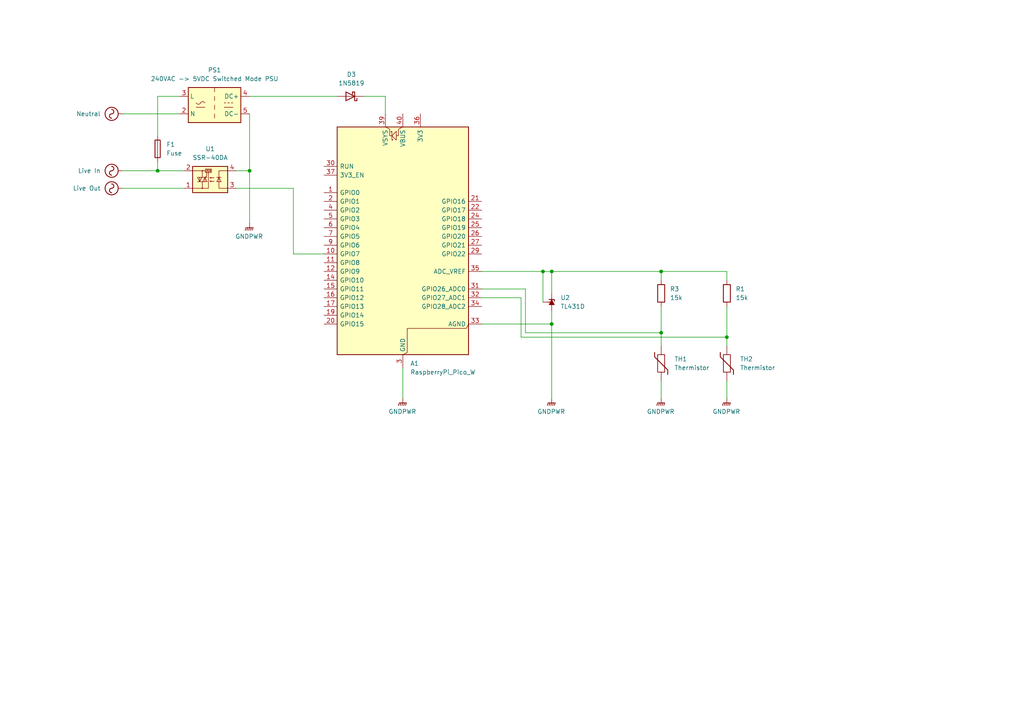
<source format=kicad_sch>
(kicad_sch
	(version 20250114)
	(generator "eeschema")
	(generator_version "9.0")
	(uuid "20045db2-8ead-457f-999b-e109be555e69")
	(paper "A4")
	(title_block
		(title "towel-rail-system controller")
	)
	(lib_symbols
		(symbol "Converter_ACDC:VTX-214-015-112"
			(exclude_from_sim no)
			(in_bom yes)
			(on_board yes)
			(property "Reference" "PS"
				(at 0 8.89 0)
				(effects
					(font
						(size 1.27 1.27)
					)
				)
			)
			(property "Value" "VTX-214-015-112"
				(at 0 6.35 0)
				(effects
					(font
						(size 1.27 1.27)
					)
				)
			)
			(property "Footprint" "Converter_ACDC:Converter_ACDC_Vigortronix_VTX-214-015-1xx_THT"
				(at 0 11.43 0)
				(effects
					(font
						(size 1.27 1.27)
					)
					(hide yes)
				)
			)
			(property "Datasheet" "http://www.vigortronix.com/15WattSMPSPCBModuleAC-DC"
				(at 27.94 -20.32 0)
				(effects
					(font
						(size 1.27 1.27)
					)
					(hide yes)
				)
			)
			(property "Description" "12V Vigortronix 15W ACDC Converters"
				(at 0 0 0)
				(effects
					(font
						(size 1.27 1.27)
					)
					(hide yes)
				)
			)
			(property "ki_keywords" "12V 15W AC-DC module power supply"
				(at 0 0 0)
				(effects
					(font
						(size 1.27 1.27)
					)
					(hide yes)
				)
			)
			(property "ki_fp_filters" "Converter*ACDC*Vigortronix*VTX*214*015*1xx*"
				(at 0 0 0)
				(effects
					(font
						(size 1.27 1.27)
					)
					(hide yes)
				)
			)
			(symbol "VTX-214-015-112_0_1"
				(rectangle
					(start -7.62 5.08)
					(end 7.62 -5.08)
					(stroke
						(width 0.254)
						(type default)
					)
					(fill
						(type background)
					)
				)
				(polyline
					(pts
						(xy -5.334 -0.635) (xy -2.794 -0.635)
					)
					(stroke
						(width 0)
						(type default)
					)
					(fill
						(type none)
					)
				)
				(arc
					(start -4.064 0.635)
					(mid -4.699 0.2495)
					(end -5.334 0.635)
					(stroke
						(width 0)
						(type default)
					)
					(fill
						(type none)
					)
				)
				(arc
					(start -4.064 0.635)
					(mid -3.429 1.0072)
					(end -2.794 0.635)
					(stroke
						(width 0)
						(type default)
					)
					(fill
						(type none)
					)
				)
				(polyline
					(pts
						(xy 2.794 0.635) (xy 3.302 0.635)
					)
					(stroke
						(width 0)
						(type default)
					)
					(fill
						(type none)
					)
				)
				(polyline
					(pts
						(xy 2.794 -0.635) (xy 5.334 -0.635)
					)
					(stroke
						(width 0)
						(type default)
					)
					(fill
						(type none)
					)
				)
				(polyline
					(pts
						(xy 3.81 0.635) (xy 4.318 0.635)
					)
					(stroke
						(width 0)
						(type default)
					)
					(fill
						(type none)
					)
				)
				(polyline
					(pts
						(xy 4.826 0.635) (xy 5.334 0.635)
					)
					(stroke
						(width 0)
						(type default)
					)
					(fill
						(type none)
					)
				)
			)
			(symbol "VTX-214-015-112_1_1"
				(polyline
					(pts
						(xy 0 5.08) (xy 0 3.81)
					)
					(stroke
						(width 0)
						(type default)
					)
					(fill
						(type none)
					)
				)
				(polyline
					(pts
						(xy 0 2.54) (xy 0 1.27)
					)
					(stroke
						(width 0)
						(type default)
					)
					(fill
						(type none)
					)
				)
				(polyline
					(pts
						(xy 0 0) (xy 0 -1.27)
					)
					(stroke
						(width 0)
						(type default)
					)
					(fill
						(type none)
					)
				)
				(polyline
					(pts
						(xy 0 -2.54) (xy 0 -3.81)
					)
					(stroke
						(width 0)
						(type default)
					)
					(fill
						(type none)
					)
				)
				(pin power_in line
					(at -10.16 2.54 0)
					(length 2.54)
					(name "L"
						(effects
							(font
								(size 1.27 1.27)
							)
						)
					)
					(number "3"
						(effects
							(font
								(size 1.27 1.27)
							)
						)
					)
				)
				(pin power_in line
					(at -10.16 -2.54 0)
					(length 2.54)
					(name "N"
						(effects
							(font
								(size 1.27 1.27)
							)
						)
					)
					(number "2"
						(effects
							(font
								(size 1.27 1.27)
							)
						)
					)
				)
				(pin no_connect line
					(at 0 -5.08 90)
					(length 2.54)
					(hide yes)
					(name "FG"
						(effects
							(font
								(size 1.27 1.27)
							)
						)
					)
					(number "1"
						(effects
							(font
								(size 1.27 1.27)
							)
						)
					)
				)
				(pin power_out line
					(at 10.16 2.54 180)
					(length 2.54)
					(name "DC+"
						(effects
							(font
								(size 1.27 1.27)
							)
						)
					)
					(number "4"
						(effects
							(font
								(size 1.27 1.27)
							)
						)
					)
				)
				(pin power_out line
					(at 10.16 -2.54 180)
					(length 2.54)
					(name "DC-"
						(effects
							(font
								(size 1.27 1.27)
							)
						)
					)
					(number "5"
						(effects
							(font
								(size 1.27 1.27)
							)
						)
					)
				)
			)
			(embedded_fonts no)
		)
		(symbol "Device:D_Schottky"
			(pin_numbers
				(hide yes)
			)
			(pin_names
				(offset 1.016)
				(hide yes)
			)
			(exclude_from_sim no)
			(in_bom yes)
			(on_board yes)
			(property "Reference" "D"
				(at 0 2.54 0)
				(effects
					(font
						(size 1.27 1.27)
					)
				)
			)
			(property "Value" "D_Schottky"
				(at 0 -2.54 0)
				(effects
					(font
						(size 1.27 1.27)
					)
				)
			)
			(property "Footprint" ""
				(at 0 0 0)
				(effects
					(font
						(size 1.27 1.27)
					)
					(hide yes)
				)
			)
			(property "Datasheet" "~"
				(at 0 0 0)
				(effects
					(font
						(size 1.27 1.27)
					)
					(hide yes)
				)
			)
			(property "Description" "Schottky diode"
				(at 0 0 0)
				(effects
					(font
						(size 1.27 1.27)
					)
					(hide yes)
				)
			)
			(property "ki_keywords" "diode Schottky"
				(at 0 0 0)
				(effects
					(font
						(size 1.27 1.27)
					)
					(hide yes)
				)
			)
			(property "ki_fp_filters" "TO-???* *_Diode_* *SingleDiode* D_*"
				(at 0 0 0)
				(effects
					(font
						(size 1.27 1.27)
					)
					(hide yes)
				)
			)
			(symbol "D_Schottky_0_1"
				(polyline
					(pts
						(xy -1.905 0.635) (xy -1.905 1.27) (xy -1.27 1.27) (xy -1.27 -1.27) (xy -0.635 -1.27) (xy -0.635 -0.635)
					)
					(stroke
						(width 0.254)
						(type default)
					)
					(fill
						(type none)
					)
				)
				(polyline
					(pts
						(xy 1.27 1.27) (xy 1.27 -1.27) (xy -1.27 0) (xy 1.27 1.27)
					)
					(stroke
						(width 0.254)
						(type default)
					)
					(fill
						(type none)
					)
				)
				(polyline
					(pts
						(xy 1.27 0) (xy -1.27 0)
					)
					(stroke
						(width 0)
						(type default)
					)
					(fill
						(type none)
					)
				)
			)
			(symbol "D_Schottky_1_1"
				(pin passive line
					(at -3.81 0 0)
					(length 2.54)
					(name "K"
						(effects
							(font
								(size 1.27 1.27)
							)
						)
					)
					(number "1"
						(effects
							(font
								(size 1.27 1.27)
							)
						)
					)
				)
				(pin passive line
					(at 3.81 0 180)
					(length 2.54)
					(name "A"
						(effects
							(font
								(size 1.27 1.27)
							)
						)
					)
					(number "2"
						(effects
							(font
								(size 1.27 1.27)
							)
						)
					)
				)
			)
			(embedded_fonts no)
		)
		(symbol "Device:Fuse"
			(pin_numbers
				(hide yes)
			)
			(pin_names
				(offset 0)
			)
			(exclude_from_sim no)
			(in_bom yes)
			(on_board yes)
			(property "Reference" "F"
				(at 2.032 0 90)
				(effects
					(font
						(size 1.27 1.27)
					)
				)
			)
			(property "Value" "Fuse"
				(at -1.905 0 90)
				(effects
					(font
						(size 1.27 1.27)
					)
				)
			)
			(property "Footprint" ""
				(at -1.778 0 90)
				(effects
					(font
						(size 1.27 1.27)
					)
					(hide yes)
				)
			)
			(property "Datasheet" "~"
				(at 0 0 0)
				(effects
					(font
						(size 1.27 1.27)
					)
					(hide yes)
				)
			)
			(property "Description" "Fuse"
				(at 0 0 0)
				(effects
					(font
						(size 1.27 1.27)
					)
					(hide yes)
				)
			)
			(property "ki_keywords" "fuse"
				(at 0 0 0)
				(effects
					(font
						(size 1.27 1.27)
					)
					(hide yes)
				)
			)
			(property "ki_fp_filters" "*Fuse*"
				(at 0 0 0)
				(effects
					(font
						(size 1.27 1.27)
					)
					(hide yes)
				)
			)
			(symbol "Fuse_0_1"
				(rectangle
					(start -0.762 -2.54)
					(end 0.762 2.54)
					(stroke
						(width 0.254)
						(type default)
					)
					(fill
						(type none)
					)
				)
				(polyline
					(pts
						(xy 0 2.54) (xy 0 -2.54)
					)
					(stroke
						(width 0)
						(type default)
					)
					(fill
						(type none)
					)
				)
			)
			(symbol "Fuse_1_1"
				(pin passive line
					(at 0 3.81 270)
					(length 1.27)
					(name "~"
						(effects
							(font
								(size 1.27 1.27)
							)
						)
					)
					(number "1"
						(effects
							(font
								(size 1.27 1.27)
							)
						)
					)
				)
				(pin passive line
					(at 0 -3.81 90)
					(length 1.27)
					(name "~"
						(effects
							(font
								(size 1.27 1.27)
							)
						)
					)
					(number "2"
						(effects
							(font
								(size 1.27 1.27)
							)
						)
					)
				)
			)
			(embedded_fonts no)
		)
		(symbol "Device:R"
			(pin_numbers
				(hide yes)
			)
			(pin_names
				(offset 0)
			)
			(exclude_from_sim no)
			(in_bom yes)
			(on_board yes)
			(property "Reference" "R"
				(at 2.032 0 90)
				(effects
					(font
						(size 1.27 1.27)
					)
				)
			)
			(property "Value" "R"
				(at 0 0 90)
				(effects
					(font
						(size 1.27 1.27)
					)
				)
			)
			(property "Footprint" ""
				(at -1.778 0 90)
				(effects
					(font
						(size 1.27 1.27)
					)
					(hide yes)
				)
			)
			(property "Datasheet" "~"
				(at 0 0 0)
				(effects
					(font
						(size 1.27 1.27)
					)
					(hide yes)
				)
			)
			(property "Description" "Resistor"
				(at 0 0 0)
				(effects
					(font
						(size 1.27 1.27)
					)
					(hide yes)
				)
			)
			(property "ki_keywords" "R res resistor"
				(at 0 0 0)
				(effects
					(font
						(size 1.27 1.27)
					)
					(hide yes)
				)
			)
			(property "ki_fp_filters" "R_*"
				(at 0 0 0)
				(effects
					(font
						(size 1.27 1.27)
					)
					(hide yes)
				)
			)
			(symbol "R_0_1"
				(rectangle
					(start -1.016 -2.54)
					(end 1.016 2.54)
					(stroke
						(width 0.254)
						(type default)
					)
					(fill
						(type none)
					)
				)
			)
			(symbol "R_1_1"
				(pin passive line
					(at 0 3.81 270)
					(length 1.27)
					(name "~"
						(effects
							(font
								(size 1.27 1.27)
							)
						)
					)
					(number "1"
						(effects
							(font
								(size 1.27 1.27)
							)
						)
					)
				)
				(pin passive line
					(at 0 -3.81 90)
					(length 1.27)
					(name "~"
						(effects
							(font
								(size 1.27 1.27)
							)
						)
					)
					(number "2"
						(effects
							(font
								(size 1.27 1.27)
							)
						)
					)
				)
			)
			(embedded_fonts no)
		)
		(symbol "Device:Thermistor"
			(pin_numbers
				(hide yes)
			)
			(pin_names
				(offset 0)
			)
			(exclude_from_sim no)
			(in_bom yes)
			(on_board yes)
			(property "Reference" "TH"
				(at 2.54 1.27 90)
				(effects
					(font
						(size 1.27 1.27)
					)
				)
			)
			(property "Value" "Thermistor"
				(at -2.54 0 90)
				(effects
					(font
						(size 1.27 1.27)
					)
					(justify bottom)
				)
			)
			(property "Footprint" ""
				(at 0 0 0)
				(effects
					(font
						(size 1.27 1.27)
					)
					(hide yes)
				)
			)
			(property "Datasheet" "~"
				(at 0 0 0)
				(effects
					(font
						(size 1.27 1.27)
					)
					(hide yes)
				)
			)
			(property "Description" "Temperature dependent resistor"
				(at 0 0 0)
				(effects
					(font
						(size 1.27 1.27)
					)
					(hide yes)
				)
			)
			(property "ki_keywords" "R res thermistor"
				(at 0 0 0)
				(effects
					(font
						(size 1.27 1.27)
					)
					(hide yes)
				)
			)
			(property "ki_fp_filters" "R_*"
				(at 0 0 0)
				(effects
					(font
						(size 1.27 1.27)
					)
					(hide yes)
				)
			)
			(symbol "Thermistor_0_1"
				(polyline
					(pts
						(xy -1.905 3.175) (xy -1.905 1.905) (xy 1.905 -1.905) (xy 1.905 -3.175) (xy 1.905 -3.175)
					)
					(stroke
						(width 0.254)
						(type default)
					)
					(fill
						(type none)
					)
				)
				(rectangle
					(start -1.016 2.54)
					(end 1.016 -2.54)
					(stroke
						(width 0.2032)
						(type default)
					)
					(fill
						(type none)
					)
				)
			)
			(symbol "Thermistor_1_1"
				(pin passive line
					(at 0 5.08 270)
					(length 2.54)
					(name "~"
						(effects
							(font
								(size 1.27 1.27)
							)
						)
					)
					(number "1"
						(effects
							(font
								(size 1.27 1.27)
							)
						)
					)
				)
				(pin passive line
					(at 0 -5.08 90)
					(length 2.54)
					(name "~"
						(effects
							(font
								(size 1.27 1.27)
							)
						)
					)
					(number "2"
						(effects
							(font
								(size 1.27 1.27)
							)
						)
					)
				)
			)
			(embedded_fonts no)
		)
		(symbol "MCU_Module:RaspberryPi_Pico_W"
			(pin_names
				(offset 0.762)
			)
			(exclude_from_sim no)
			(in_bom yes)
			(on_board yes)
			(property "Reference" "A"
				(at -19.05 35.56 0)
				(effects
					(font
						(size 1.27 1.27)
					)
					(justify left)
				)
			)
			(property "Value" "RaspberryPi_Pico_W"
				(at 7.62 35.56 0)
				(effects
					(font
						(size 1.27 1.27)
					)
					(justify left)
				)
			)
			(property "Footprint" "Module:RaspberryPi_Pico_W_SMD_HandSolder"
				(at 0 -46.99 0)
				(effects
					(font
						(size 1.27 1.27)
					)
					(hide yes)
				)
			)
			(property "Datasheet" "https://datasheets.raspberrypi.com/picow/pico-w-datasheet.pdf"
				(at 0 -49.53 0)
				(effects
					(font
						(size 1.27 1.27)
					)
					(hide yes)
				)
			)
			(property "Description" "Versatile and inexpensive wireless microcontroller module powered by RP2040 dual-core Arm Cortex-M0+ processor up to 133 MHz, 264kB SRAM, 2MB QSPI flash, Infineon CYW43439 2.4GHz 802.11n wireless LAN; also supports Raspberry Pi Pico 2 W"
				(at 0 -52.07 0)
				(effects
					(font
						(size 1.27 1.27)
					)
					(hide yes)
				)
			)
			(property "ki_keywords" "RP2350A M33 RISC-V Hazard3 usb wifi bluetooth"
				(at 0 0 0)
				(effects
					(font
						(size 1.27 1.27)
					)
					(hide yes)
				)
			)
			(property "ki_fp_filters" "RaspberryPi?Pico?Common* RaspberryPi?Pico?W?SMD*"
				(at 0 0 0)
				(effects
					(font
						(size 1.27 1.27)
					)
					(hide yes)
				)
			)
			(symbol "RaspberryPi_Pico_W_0_1"
				(rectangle
					(start -19.05 34.29)
					(end 19.05 -31.75)
					(stroke
						(width 0.254)
						(type default)
					)
					(fill
						(type background)
					)
				)
				(polyline
					(pts
						(xy -5.08 34.29) (xy -3.81 33.655) (xy -3.81 31.75) (xy -3.175 31.75)
					)
					(stroke
						(width 0)
						(type default)
					)
					(fill
						(type none)
					)
				)
				(polyline
					(pts
						(xy -3.429 32.766) (xy -3.429 33.02) (xy -3.175 33.02) (xy -3.175 30.48) (xy -2.921 30.48) (xy -2.921 30.734)
					)
					(stroke
						(width 0)
						(type default)
					)
					(fill
						(type none)
					)
				)
				(polyline
					(pts
						(xy -3.175 31.75) (xy -1.905 33.02) (xy -1.905 30.48) (xy -3.175 31.75)
					)
					(stroke
						(width 0)
						(type default)
					)
					(fill
						(type none)
					)
				)
				(polyline
					(pts
						(xy 0 34.29) (xy -1.27 33.655) (xy -1.27 31.75) (xy -1.905 31.75)
					)
					(stroke
						(width 0)
						(type default)
					)
					(fill
						(type none)
					)
				)
				(polyline
					(pts
						(xy 0 -31.75) (xy 1.27 -31.115) (xy 1.27 -24.13) (xy 18.415 -24.13) (xy 19.05 -22.86)
					)
					(stroke
						(width 0)
						(type default)
					)
					(fill
						(type none)
					)
				)
			)
			(symbol "RaspberryPi_Pico_W_1_1"
				(pin passive line
					(at -22.86 22.86 0)
					(length 3.81)
					(name "RUN"
						(effects
							(font
								(size 1.27 1.27)
							)
						)
					)
					(number "30"
						(effects
							(font
								(size 1.27 1.27)
							)
						)
					)
					(alternate "~{RESET}" passive line)
				)
				(pin passive line
					(at -22.86 20.32 0)
					(length 3.81)
					(name "3V3_EN"
						(effects
							(font
								(size 1.27 1.27)
							)
						)
					)
					(number "37"
						(effects
							(font
								(size 1.27 1.27)
							)
						)
					)
					(alternate "~{3V3_DISABLE}" passive line)
				)
				(pin bidirectional line
					(at -22.86 15.24 0)
					(length 3.81)
					(name "GPIO0"
						(effects
							(font
								(size 1.27 1.27)
							)
						)
					)
					(number "1"
						(effects
							(font
								(size 1.27 1.27)
							)
						)
					)
					(alternate "I2C0_SDA" bidirectional line)
					(alternate "PWM0_A" output line)
					(alternate "SPI0_RX" input line)
					(alternate "UART0_TX" output line)
					(alternate "USB_OVCUR_DET" input line)
				)
				(pin bidirectional line
					(at -22.86 12.7 0)
					(length 3.81)
					(name "GPIO1"
						(effects
							(font
								(size 1.27 1.27)
							)
						)
					)
					(number "2"
						(effects
							(font
								(size 1.27 1.27)
							)
						)
					)
					(alternate "I2C0_SCL" bidirectional clock)
					(alternate "PWM0_B" bidirectional line)
					(alternate "UART0_RX" input line)
					(alternate "USB_VBUS_DET" passive line)
					(alternate "~{SPI0_CSn}" bidirectional line)
				)
				(pin bidirectional line
					(at -22.86 10.16 0)
					(length 3.81)
					(name "GPIO2"
						(effects
							(font
								(size 1.27 1.27)
							)
						)
					)
					(number "4"
						(effects
							(font
								(size 1.27 1.27)
							)
						)
					)
					(alternate "I2C1_SDA" bidirectional line)
					(alternate "PWM1_A" output line)
					(alternate "SPI0_SCK" bidirectional clock)
					(alternate "UART0_CTS" input line)
					(alternate "USB_VBUS_EN" output line)
				)
				(pin bidirectional line
					(at -22.86 7.62 0)
					(length 3.81)
					(name "GPIO3"
						(effects
							(font
								(size 1.27 1.27)
							)
						)
					)
					(number "5"
						(effects
							(font
								(size 1.27 1.27)
							)
						)
					)
					(alternate "I2C1_SCL" bidirectional clock)
					(alternate "PWM1_B" bidirectional line)
					(alternate "SPI0_TX" output line)
					(alternate "UART0_RTS" output line)
					(alternate "USB_OVCUR_DET" input line)
				)
				(pin bidirectional line
					(at -22.86 5.08 0)
					(length 3.81)
					(name "GPIO4"
						(effects
							(font
								(size 1.27 1.27)
							)
						)
					)
					(number "6"
						(effects
							(font
								(size 1.27 1.27)
							)
						)
					)
					(alternate "I2C0_SDA" bidirectional line)
					(alternate "PWM2_A" output line)
					(alternate "SPI0_RX" input line)
					(alternate "UART1_TX" output line)
					(alternate "USB_VBUS_DET" input line)
				)
				(pin bidirectional line
					(at -22.86 2.54 0)
					(length 3.81)
					(name "GPIO5"
						(effects
							(font
								(size 1.27 1.27)
							)
						)
					)
					(number "7"
						(effects
							(font
								(size 1.27 1.27)
							)
						)
					)
					(alternate "I2C0_SCL" bidirectional clock)
					(alternate "PWM2_B" bidirectional line)
					(alternate "UART1_RX" input line)
					(alternate "USB_VBUS_EN" output line)
					(alternate "~{SPI0_CSn}" bidirectional line)
				)
				(pin bidirectional line
					(at -22.86 0 0)
					(length 3.81)
					(name "GPIO6"
						(effects
							(font
								(size 1.27 1.27)
							)
						)
					)
					(number "9"
						(effects
							(font
								(size 1.27 1.27)
							)
						)
					)
					(alternate "I2C1_SDA" bidirectional line)
					(alternate "PWM3_A" output line)
					(alternate "SPI0_SCK" bidirectional clock)
					(alternate "UART1_CTS" input line)
					(alternate "USB_OVCUR_DET" input line)
				)
				(pin bidirectional line
					(at -22.86 -2.54 0)
					(length 3.81)
					(name "GPIO7"
						(effects
							(font
								(size 1.27 1.27)
							)
						)
					)
					(number "10"
						(effects
							(font
								(size 1.27 1.27)
							)
						)
					)
					(alternate "I2C1_SCL" bidirectional clock)
					(alternate "PWM3_B" bidirectional line)
					(alternate "SPI0_TX" output line)
					(alternate "UART1_RTS" output line)
					(alternate "USB_VBUS_DET" input line)
				)
				(pin bidirectional line
					(at -22.86 -5.08 0)
					(length 3.81)
					(name "GPIO8"
						(effects
							(font
								(size 1.27 1.27)
							)
						)
					)
					(number "11"
						(effects
							(font
								(size 1.27 1.27)
							)
						)
					)
					(alternate "I2C0_SDA" bidirectional line)
					(alternate "PWM4_A" output line)
					(alternate "SPI1_RX" input line)
					(alternate "UART1_TX" output line)
					(alternate "USB_VBUS_EN" output line)
				)
				(pin bidirectional line
					(at -22.86 -7.62 0)
					(length 3.81)
					(name "GPIO9"
						(effects
							(font
								(size 1.27 1.27)
							)
						)
					)
					(number "12"
						(effects
							(font
								(size 1.27 1.27)
							)
						)
					)
					(alternate "I2C0_SCL" bidirectional clock)
					(alternate "PWM4_B" bidirectional line)
					(alternate "UART1_RX" input line)
					(alternate "USB_OVCUR_DET" input line)
					(alternate "~{SPI1_CSn}" bidirectional line)
				)
				(pin bidirectional line
					(at -22.86 -10.16 0)
					(length 3.81)
					(name "GPIO10"
						(effects
							(font
								(size 1.27 1.27)
							)
						)
					)
					(number "14"
						(effects
							(font
								(size 1.27 1.27)
							)
						)
					)
					(alternate "I2C1_SDA" bidirectional line)
					(alternate "PWM5_A" output line)
					(alternate "SPI1_SCK" bidirectional clock)
					(alternate "UART1_CTS" input line)
					(alternate "USB_VBUS_DET" input line)
				)
				(pin bidirectional line
					(at -22.86 -12.7 0)
					(length 3.81)
					(name "GPIO11"
						(effects
							(font
								(size 1.27 1.27)
							)
						)
					)
					(number "15"
						(effects
							(font
								(size 1.27 1.27)
							)
						)
					)
					(alternate "I2C1_SCL" bidirectional clock)
					(alternate "PWM5_B" bidirectional line)
					(alternate "SPI1_TX" output line)
					(alternate "UART1_RTS" output line)
					(alternate "USB_VBUS_EN" output line)
				)
				(pin bidirectional line
					(at -22.86 -15.24 0)
					(length 3.81)
					(name "GPIO12"
						(effects
							(font
								(size 1.27 1.27)
							)
						)
					)
					(number "16"
						(effects
							(font
								(size 1.27 1.27)
							)
						)
					)
					(alternate "I2C0_SDA" bidirectional line)
					(alternate "PWM6_A" output line)
					(alternate "SPI1_RX" input line)
					(alternate "UART0_TX" output line)
					(alternate "USB_OVCUR_DET" input line)
				)
				(pin bidirectional line
					(at -22.86 -17.78 0)
					(length 3.81)
					(name "GPIO13"
						(effects
							(font
								(size 1.27 1.27)
							)
						)
					)
					(number "17"
						(effects
							(font
								(size 1.27 1.27)
							)
						)
					)
					(alternate "I2C0_SCL" bidirectional clock)
					(alternate "PWM6_B" bidirectional line)
					(alternate "UART0_RX" input line)
					(alternate "USB_VBUS_DET" input line)
					(alternate "~{SPI1_CSn}" bidirectional line)
				)
				(pin bidirectional line
					(at -22.86 -20.32 0)
					(length 3.81)
					(name "GPIO14"
						(effects
							(font
								(size 1.27 1.27)
							)
						)
					)
					(number "19"
						(effects
							(font
								(size 1.27 1.27)
							)
						)
					)
					(alternate "I2C1_SDA" bidirectional line)
					(alternate "PWM7_A" output line)
					(alternate "SPI1_SCK" bidirectional clock)
					(alternate "UART0_CTS" input line)
					(alternate "USB_VBUS_EN" output line)
				)
				(pin bidirectional line
					(at -22.86 -22.86 0)
					(length 3.81)
					(name "GPIO15"
						(effects
							(font
								(size 1.27 1.27)
							)
						)
					)
					(number "20"
						(effects
							(font
								(size 1.27 1.27)
							)
						)
					)
					(alternate "I2C1_SCL" bidirectional clock)
					(alternate "PWM7_B" bidirectional line)
					(alternate "SPI1_TX" output line)
					(alternate "UART0_RTS" output line)
					(alternate "USB_OVCUR_DET" input line)
				)
				(pin power_in line
					(at -5.08 38.1 270)
					(length 3.81)
					(name "VSYS"
						(effects
							(font
								(size 1.27 1.27)
							)
						)
					)
					(number "39"
						(effects
							(font
								(size 1.27 1.27)
							)
						)
					)
					(alternate "VSYS_OUT" power_out line)
				)
				(pin power_out line
					(at 0 38.1 270)
					(length 3.81)
					(name "VBUS"
						(effects
							(font
								(size 1.27 1.27)
							)
						)
					)
					(number "40"
						(effects
							(font
								(size 1.27 1.27)
							)
						)
					)
					(alternate "VBUS_IN" power_in line)
				)
				(pin passive line
					(at 0 -35.56 90)
					(length 3.81)
					(hide yes)
					(name "GND"
						(effects
							(font
								(size 1.27 1.27)
							)
						)
					)
					(number "13"
						(effects
							(font
								(size 1.27 1.27)
							)
						)
					)
				)
				(pin passive line
					(at 0 -35.56 90)
					(length 3.81)
					(hide yes)
					(name "GND"
						(effects
							(font
								(size 1.27 1.27)
							)
						)
					)
					(number "18"
						(effects
							(font
								(size 1.27 1.27)
							)
						)
					)
				)
				(pin passive line
					(at 0 -35.56 90)
					(length 3.81)
					(hide yes)
					(name "GND"
						(effects
							(font
								(size 1.27 1.27)
							)
						)
					)
					(number "23"
						(effects
							(font
								(size 1.27 1.27)
							)
						)
					)
				)
				(pin passive line
					(at 0 -35.56 90)
					(length 3.81)
					(hide yes)
					(name "GND"
						(effects
							(font
								(size 1.27 1.27)
							)
						)
					)
					(number "28"
						(effects
							(font
								(size 1.27 1.27)
							)
						)
					)
				)
				(pin power_out line
					(at 0 -35.56 90)
					(length 3.81)
					(name "GND"
						(effects
							(font
								(size 1.27 1.27)
							)
						)
					)
					(number "3"
						(effects
							(font
								(size 1.27 1.27)
							)
						)
					)
					(alternate "GND_IN" power_in line)
				)
				(pin passive line
					(at 0 -35.56 90)
					(length 3.81)
					(hide yes)
					(name "GND"
						(effects
							(font
								(size 1.27 1.27)
							)
						)
					)
					(number "38"
						(effects
							(font
								(size 1.27 1.27)
							)
						)
					)
				)
				(pin passive line
					(at 0 -35.56 90)
					(length 3.81)
					(hide yes)
					(name "GND"
						(effects
							(font
								(size 1.27 1.27)
							)
						)
					)
					(number "8"
						(effects
							(font
								(size 1.27 1.27)
							)
						)
					)
				)
				(pin power_out line
					(at 5.08 38.1 270)
					(length 3.81)
					(name "3V3"
						(effects
							(font
								(size 1.27 1.27)
							)
						)
					)
					(number "36"
						(effects
							(font
								(size 1.27 1.27)
							)
						)
					)
				)
				(pin bidirectional line
					(at 22.86 12.7 180)
					(length 3.81)
					(name "GPIO16"
						(effects
							(font
								(size 1.27 1.27)
							)
						)
					)
					(number "21"
						(effects
							(font
								(size 1.27 1.27)
							)
						)
					)
					(alternate "I2C0_SDA" bidirectional line)
					(alternate "PWM0_A" output line)
					(alternate "SPI0_RX" input line)
					(alternate "UART0_TX" output line)
					(alternate "USB_VBUS_DET" input line)
				)
				(pin bidirectional line
					(at 22.86 10.16 180)
					(length 3.81)
					(name "GPIO17"
						(effects
							(font
								(size 1.27 1.27)
							)
						)
					)
					(number "22"
						(effects
							(font
								(size 1.27 1.27)
							)
						)
					)
					(alternate "I2C0_SCL" bidirectional clock)
					(alternate "PWM0_B" bidirectional line)
					(alternate "UART0_RX" input line)
					(alternate "USB_VBUS_EN" output line)
					(alternate "~{SPI0_CSn}" bidirectional line)
				)
				(pin bidirectional line
					(at 22.86 7.62 180)
					(length 3.81)
					(name "GPIO18"
						(effects
							(font
								(size 1.27 1.27)
							)
						)
					)
					(number "24"
						(effects
							(font
								(size 1.27 1.27)
							)
						)
					)
					(alternate "I2C1_SDA" bidirectional line)
					(alternate "PWM1_A" output line)
					(alternate "SPI0_SCK" bidirectional clock)
					(alternate "UART0_CTS" input line)
					(alternate "USB_OVCUR_DET" input line)
				)
				(pin bidirectional line
					(at 22.86 5.08 180)
					(length 3.81)
					(name "GPIO19"
						(effects
							(font
								(size 1.27 1.27)
							)
						)
					)
					(number "25"
						(effects
							(font
								(size 1.27 1.27)
							)
						)
					)
					(alternate "I2C1_SCL" bidirectional clock)
					(alternate "PWM1_B" bidirectional line)
					(alternate "SPI0_TX" output line)
					(alternate "UART0_RTS" output line)
					(alternate "USB_VBUS_DET" input line)
				)
				(pin bidirectional line
					(at 22.86 2.54 180)
					(length 3.81)
					(name "GPIO20"
						(effects
							(font
								(size 1.27 1.27)
							)
						)
					)
					(number "26"
						(effects
							(font
								(size 1.27 1.27)
							)
						)
					)
					(alternate "CLOCK_GPIN0" input clock)
					(alternate "I2C0_SDA" bidirectional line)
					(alternate "PWM2_A" output line)
					(alternate "SPI0_RX" input line)
					(alternate "UART1_TX" output line)
					(alternate "USB_VBUS_EN" output line)
				)
				(pin bidirectional line
					(at 22.86 0 180)
					(length 3.81)
					(name "GPIO21"
						(effects
							(font
								(size 1.27 1.27)
							)
						)
					)
					(number "27"
						(effects
							(font
								(size 1.27 1.27)
							)
						)
					)
					(alternate "CLOCK_GPOUT0" output clock)
					(alternate "I2C0_SCL" bidirectional clock)
					(alternate "PWM2_B" bidirectional line)
					(alternate "UART1_RX" input line)
					(alternate "USB_OVCUR_DET" input line)
					(alternate "~{SPI0_CSn}" bidirectional line)
				)
				(pin bidirectional line
					(at 22.86 -2.54 180)
					(length 3.81)
					(name "GPIO22"
						(effects
							(font
								(size 1.27 1.27)
							)
						)
					)
					(number "29"
						(effects
							(font
								(size 1.27 1.27)
							)
						)
					)
					(alternate "CLOCK_GPIN1" input clock)
					(alternate "I2C1_SDA" bidirectional line)
					(alternate "PWM3_A" output line)
					(alternate "SPI0_SCK" bidirectional clock)
					(alternate "UART1_CTS" input line)
					(alternate "USB_VBUS_DET" input line)
				)
				(pin power_in line
					(at 22.86 -7.62 180)
					(length 3.81)
					(name "ADC_VREF"
						(effects
							(font
								(size 1.27 1.27)
							)
						)
					)
					(number "35"
						(effects
							(font
								(size 1.27 1.27)
							)
						)
					)
				)
				(pin bidirectional line
					(at 22.86 -12.7 180)
					(length 3.81)
					(name "GPIO26_ADC0"
						(effects
							(font
								(size 1.27 1.27)
							)
						)
					)
					(number "31"
						(effects
							(font
								(size 1.27 1.27)
							)
						)
					)
					(alternate "ADC0" input line)
					(alternate "GPIO26" bidirectional line)
					(alternate "I2C1_SDA" bidirectional line)
					(alternate "PWM5_A" output line)
					(alternate "SPI1_SCK" bidirectional clock)
					(alternate "UART1_CTS" input line)
					(alternate "USB_VBUS_EN" output line)
				)
				(pin bidirectional line
					(at 22.86 -15.24 180)
					(length 3.81)
					(name "GPIO27_ADC1"
						(effects
							(font
								(size 1.27 1.27)
							)
						)
					)
					(number "32"
						(effects
							(font
								(size 1.27 1.27)
							)
						)
					)
					(alternate "ADC1" input line)
					(alternate "GPIO27" bidirectional line)
					(alternate "I2C1_SCL" bidirectional clock)
					(alternate "PWM5_B" bidirectional line)
					(alternate "SPI1_TX" output line)
					(alternate "UART1_RTS" output line)
					(alternate "USB_OVCUR_DET" input line)
				)
				(pin bidirectional line
					(at 22.86 -17.78 180)
					(length 3.81)
					(name "GPIO28_ADC2"
						(effects
							(font
								(size 1.27 1.27)
							)
						)
					)
					(number "34"
						(effects
							(font
								(size 1.27 1.27)
							)
						)
					)
					(alternate "ADC2" input line)
					(alternate "GPIO28" bidirectional line)
					(alternate "I2C0_SDA" bidirectional line)
					(alternate "PWM6_A" output line)
					(alternate "SPI1_RX" input line)
					(alternate "UART0_TX" output line)
					(alternate "USB_VBUS_DET" input line)
				)
				(pin power_out line
					(at 22.86 -22.86 180)
					(length 3.81)
					(name "AGND"
						(effects
							(font
								(size 1.27 1.27)
							)
						)
					)
					(number "33"
						(effects
							(font
								(size 1.27 1.27)
							)
						)
					)
					(alternate "GND" passive line)
				)
			)
			(embedded_fonts no)
		)
		(symbol "Reference_Voltage:TL431D"
			(pin_numbers
				(hide yes)
			)
			(pin_names
				(hide yes)
			)
			(exclude_from_sim no)
			(in_bom yes)
			(on_board yes)
			(property "Reference" "U"
				(at 0 -2.54 0)
				(effects
					(font
						(size 1.27 1.27)
					)
				)
			)
			(property "Value" "TL431D"
				(at 0 -4.445 0)
				(effects
					(font
						(size 1.27 1.27)
					)
				)
			)
			(property "Footprint" "Package_SO:SOIC-8_3.9x4.9mm_P1.27mm"
				(at 0 -6.35 0)
				(effects
					(font
						(size 1.27 1.27)
						(italic yes)
					)
					(hide yes)
				)
			)
			(property "Datasheet" "http://www.ti.com/lit/ds/symlink/tl431.pdf"
				(at 0.254 -10.668 0)
				(effects
					(font
						(size 1.27 1.27)
						(italic yes)
					)
					(hide yes)
				)
			)
			(property "Description" "Shunt Regulator, SO-8"
				(at -0.254 -8.382 0)
				(effects
					(font
						(size 1.27 1.27)
					)
					(hide yes)
				)
			)
			(property "ki_keywords" "diode device shunt regulator"
				(at 0 0 0)
				(effects
					(font
						(size 1.27 1.27)
					)
					(hide yes)
				)
			)
			(property "ki_fp_filters" "SOIC?8*3.9x4.9mm*P1.27mm*"
				(at 0 0 0)
				(effects
					(font
						(size 1.27 1.27)
					)
					(hide yes)
				)
			)
			(symbol "TL431D_0_1"
				(polyline
					(pts
						(xy -1.27 0) (xy 0 0) (xy 1.27 0)
					)
					(stroke
						(width 0)
						(type default)
					)
					(fill
						(type none)
					)
				)
				(polyline
					(pts
						(xy -0.762 -0.762) (xy -0.762 0.762) (xy -0.762 0.762) (xy 0.762 0) (xy -0.762 -0.762)
					)
					(stroke
						(width 0)
						(type default)
					)
					(fill
						(type outline)
					)
				)
				(polyline
					(pts
						(xy 0.254 -0.762) (xy 0.762 -0.762) (xy 0.762 0.762) (xy 0.762 0.762)
					)
					(stroke
						(width 0.254)
						(type default)
					)
					(fill
						(type none)
					)
				)
			)
			(symbol "TL431D_1_1"
				(polyline
					(pts
						(xy 0 1.27) (xy 0 0)
					)
					(stroke
						(width 0)
						(type default)
					)
					(fill
						(type none)
					)
				)
				(pin passive line
					(at -2.54 0 0)
					(length 2.54)
					(name "A"
						(effects
							(font
								(size 1.27 1.27)
							)
						)
					)
					(number "2"
						(effects
							(font
								(size 1.27 1.27)
							)
						)
					)
				)
				(pin passive line
					(at -2.54 0 0)
					(length 2.54)
					(hide yes)
					(name "A"
						(effects
							(font
								(size 1.27 1.27)
							)
						)
					)
					(number "3"
						(effects
							(font
								(size 1.27 1.27)
							)
						)
					)
				)
				(pin passive line
					(at -2.54 0 0)
					(length 2.54)
					(hide yes)
					(name "A"
						(effects
							(font
								(size 1.27 1.27)
							)
						)
					)
					(number "6"
						(effects
							(font
								(size 1.27 1.27)
							)
						)
					)
				)
				(pin passive line
					(at -2.54 0 0)
					(length 2.54)
					(hide yes)
					(name "A"
						(effects
							(font
								(size 1.27 1.27)
							)
						)
					)
					(number "7"
						(effects
							(font
								(size 1.27 1.27)
							)
						)
					)
				)
				(pin passive line
					(at 0 2.54 270)
					(length 2.54)
					(name "REF"
						(effects
							(font
								(size 1.27 1.27)
							)
						)
					)
					(number "8"
						(effects
							(font
								(size 1.27 1.27)
							)
						)
					)
				)
				(pin passive line
					(at 2.54 0 180)
					(length 2.54)
					(name "K"
						(effects
							(font
								(size 1.27 1.27)
							)
						)
					)
					(number "1"
						(effects
							(font
								(size 1.27 1.27)
							)
						)
					)
				)
			)
			(embedded_fonts no)
		)
		(symbol "Relay_SolidState:S102S02"
			(exclude_from_sim no)
			(in_bom yes)
			(on_board yes)
			(property "Reference" "U"
				(at -5.08 5.08 0)
				(effects
					(font
						(size 1.27 1.27)
					)
					(justify left)
				)
			)
			(property "Value" "S102S02"
				(at 0 5.08 0)
				(effects
					(font
						(size 1.27 1.27)
					)
					(justify left)
				)
			)
			(property "Footprint" "Package_SIP:SIP4_Sharp-SSR_P7.62mm_Straight"
				(at -5.08 -5.08 0)
				(effects
					(font
						(size 1.27 1.27)
						(italic yes)
					)
					(justify left)
					(hide yes)
				)
			)
			(property "Datasheet" "http://www.sharp-world.com/products/device/lineup/data/pdf/datasheet/s102s02_e.pdf"
				(at 0 0 0)
				(effects
					(font
						(size 1.27 1.27)
					)
					(justify left)
					(hide yes)
				)
			)
			(property "Description" "Zero Cross Opto-Triac, Vdrm 400V, Ift 8mA, IT 8A"
				(at 0 0 0)
				(effects
					(font
						(size 1.27 1.27)
					)
					(hide yes)
				)
			)
			(property "ki_keywords" "Opto-Triac Opto Triac Zero Cross Solid State Relays"
				(at 0 0 0)
				(effects
					(font
						(size 1.27 1.27)
					)
					(hide yes)
				)
			)
			(property "ki_fp_filters" "SIP4*Sharp*SSR*P7.62mm*"
				(at 0 0 0)
				(effects
					(font
						(size 1.27 1.27)
					)
					(hide yes)
				)
			)
			(symbol "S102S02_0_0"
				(rectangle
					(start -0.381 -2.032)
					(end 1.397 -3.048)
					(stroke
						(width 0)
						(type default)
					)
					(fill
						(type none)
					)
				)
				(polyline
					(pts
						(xy 1.524 -0.635) (xy 1.016 -1.016) (xy 1.016 -2.032)
					)
					(stroke
						(width 0)
						(type default)
					)
					(fill
						(type none)
					)
				)
				(polyline
					(pts
						(xy 2.286 -2.54) (xy 1.397 -2.54)
					)
					(stroke
						(width 0)
						(type default)
					)
					(fill
						(type none)
					)
				)
				(text "ZCD"
					(at 0.508 -2.54 0)
					(effects
						(font
							(size 0.508 0.508)
						)
					)
				)
			)
			(symbol "S102S02_0_1"
				(rectangle
					(start -5.08 3.81)
					(end 5.08 -3.81)
					(stroke
						(width 0.254)
						(type default)
					)
					(fill
						(type background)
					)
				)
				(polyline
					(pts
						(xy -5.08 2.54) (xy -2.54 2.54) (xy -2.54 -2.54) (xy -5.08 -2.54)
					)
					(stroke
						(width 0)
						(type default)
					)
					(fill
						(type none)
					)
				)
				(polyline
					(pts
						(xy -3.175 -0.635) (xy -1.905 -0.635)
					)
					(stroke
						(width 0)
						(type default)
					)
					(fill
						(type none)
					)
				)
				(polyline
					(pts
						(xy -2.54 -0.635) (xy -3.175 0.635) (xy -1.905 0.635) (xy -2.54 -0.635)
					)
					(stroke
						(width 0)
						(type default)
					)
					(fill
						(type none)
					)
				)
				(polyline
					(pts
						(xy -1.143 0.508) (xy 0.127 0.508) (xy -0.254 0.381) (xy -0.254 0.635) (xy 0.127 0.508)
					)
					(stroke
						(width 0)
						(type default)
					)
					(fill
						(type none)
					)
				)
				(polyline
					(pts
						(xy -1.143 -0.508) (xy 0.127 -0.508) (xy -0.254 -0.635) (xy -0.254 -0.381) (xy 0.127 -0.508)
					)
					(stroke
						(width 0)
						(type default)
					)
					(fill
						(type none)
					)
				)
				(polyline
					(pts
						(xy 0.889 -0.635) (xy 3.683 -0.635) (xy 3.048 0.635) (xy 2.413 -0.635)
					)
					(stroke
						(width 0)
						(type default)
					)
					(fill
						(type none)
					)
				)
				(polyline
					(pts
						(xy 1.524 -0.635) (xy 1.524 0.635)
					)
					(stroke
						(width 0)
						(type default)
					)
					(fill
						(type none)
					)
				)
				(polyline
					(pts
						(xy 2.286 2.54) (xy 0.508 2.54) (xy 0.508 -2.032)
					)
					(stroke
						(width 0)
						(type default)
					)
					(fill
						(type none)
					)
				)
				(circle
					(center 2.286 2.54)
					(radius 0.127)
					(stroke
						(width 0)
						(type default)
					)
					(fill
						(type none)
					)
				)
				(polyline
					(pts
						(xy 2.286 0.635) (xy 2.286 2.54) (xy 5.08 2.54)
					)
					(stroke
						(width 0)
						(type default)
					)
					(fill
						(type none)
					)
				)
				(polyline
					(pts
						(xy 2.286 -0.635) (xy 2.286 -2.54) (xy 5.08 -2.54)
					)
					(stroke
						(width 0)
						(type default)
					)
					(fill
						(type none)
					)
				)
				(circle
					(center 2.286 -2.54)
					(radius 0.127)
					(stroke
						(width 0)
						(type default)
					)
					(fill
						(type none)
					)
				)
				(polyline
					(pts
						(xy 3.048 0.635) (xy 3.048 -0.635)
					)
					(stroke
						(width 0)
						(type default)
					)
					(fill
						(type none)
					)
				)
				(polyline
					(pts
						(xy 3.683 0.635) (xy 0.889 0.635) (xy 1.524 -0.635) (xy 2.159 0.635)
					)
					(stroke
						(width 0)
						(type default)
					)
					(fill
						(type none)
					)
				)
			)
			(symbol "S102S02_1_1"
				(pin passive line
					(at -7.62 2.54 0)
					(length 2.54)
					(name "~"
						(effects
							(font
								(size 1.27 1.27)
							)
						)
					)
					(number "3"
						(effects
							(font
								(size 1.27 1.27)
							)
						)
					)
				)
				(pin passive line
					(at -7.62 -2.54 0)
					(length 2.54)
					(name "~"
						(effects
							(font
								(size 1.27 1.27)
							)
						)
					)
					(number "4"
						(effects
							(font
								(size 1.27 1.27)
							)
						)
					)
				)
				(pin passive line
					(at 7.62 2.54 180)
					(length 2.54)
					(name "~"
						(effects
							(font
								(size 1.27 1.27)
							)
						)
					)
					(number "1"
						(effects
							(font
								(size 1.27 1.27)
							)
						)
					)
				)
				(pin passive line
					(at 7.62 -2.54 180)
					(length 2.54)
					(name "~"
						(effects
							(font
								(size 1.27 1.27)
							)
						)
					)
					(number "2"
						(effects
							(font
								(size 1.27 1.27)
							)
						)
					)
				)
			)
			(embedded_fonts no)
		)
		(symbol "power:AC"
			(power)
			(pin_numbers
				(hide yes)
			)
			(pin_names
				(offset 0)
				(hide yes)
			)
			(exclude_from_sim no)
			(in_bom yes)
			(on_board yes)
			(property "Reference" "#PWR"
				(at 0 -2.54 0)
				(effects
					(font
						(size 1.27 1.27)
					)
					(hide yes)
				)
			)
			(property "Value" "AC"
				(at 0 6.35 0)
				(effects
					(font
						(size 1.27 1.27)
					)
				)
			)
			(property "Footprint" ""
				(at 0 0 0)
				(effects
					(font
						(size 1.27 1.27)
					)
					(hide yes)
				)
			)
			(property "Datasheet" ""
				(at 0 0 0)
				(effects
					(font
						(size 1.27 1.27)
					)
					(hide yes)
				)
			)
			(property "Description" "Power symbol creates a global label with name \"AC\""
				(at 0 0 0)
				(effects
					(font
						(size 1.27 1.27)
					)
					(hide yes)
				)
			)
			(property "ki_keywords" "global power"
				(at 0 0 0)
				(effects
					(font
						(size 1.27 1.27)
					)
					(hide yes)
				)
			)
			(symbol "AC_0_1"
				(arc
					(start -1.27 3.175)
					(mid -0.635 3.8073)
					(end 0 3.175)
					(stroke
						(width 0.254)
						(type default)
					)
					(fill
						(type none)
					)
				)
				(circle
					(center 0 3.175)
					(radius 1.905)
					(stroke
						(width 0.254)
						(type default)
					)
					(fill
						(type none)
					)
				)
				(polyline
					(pts
						(xy 0 0) (xy 0 1.27)
					)
					(stroke
						(width 0)
						(type default)
					)
					(fill
						(type none)
					)
				)
				(arc
					(start 1.27 3.175)
					(mid 0.635 2.5427)
					(end 0 3.175)
					(stroke
						(width 0.254)
						(type default)
					)
					(fill
						(type none)
					)
				)
			)
			(symbol "AC_1_1"
				(pin power_in line
					(at 0 0 90)
					(length 0)
					(name "~"
						(effects
							(font
								(size 1.27 1.27)
							)
						)
					)
					(number "1"
						(effects
							(font
								(size 1.27 1.27)
							)
						)
					)
				)
			)
			(embedded_fonts no)
		)
		(symbol "power:GNDPWR"
			(power)
			(pin_numbers
				(hide yes)
			)
			(pin_names
				(offset 0)
				(hide yes)
			)
			(exclude_from_sim no)
			(in_bom yes)
			(on_board yes)
			(property "Reference" "#PWR"
				(at 0 -5.08 0)
				(effects
					(font
						(size 1.27 1.27)
					)
					(hide yes)
				)
			)
			(property "Value" "GNDPWR"
				(at 0 -3.302 0)
				(effects
					(font
						(size 1.27 1.27)
					)
				)
			)
			(property "Footprint" ""
				(at 0 -1.27 0)
				(effects
					(font
						(size 1.27 1.27)
					)
					(hide yes)
				)
			)
			(property "Datasheet" ""
				(at 0 -1.27 0)
				(effects
					(font
						(size 1.27 1.27)
					)
					(hide yes)
				)
			)
			(property "Description" "Power symbol creates a global label with name \"GNDPWR\" , global ground"
				(at 0 0 0)
				(effects
					(font
						(size 1.27 1.27)
					)
					(hide yes)
				)
			)
			(property "ki_keywords" "global ground"
				(at 0 0 0)
				(effects
					(font
						(size 1.27 1.27)
					)
					(hide yes)
				)
			)
			(symbol "GNDPWR_0_1"
				(polyline
					(pts
						(xy -1.016 -1.27) (xy -1.27 -2.032) (xy -1.27 -2.032)
					)
					(stroke
						(width 0.2032)
						(type default)
					)
					(fill
						(type none)
					)
				)
				(polyline
					(pts
						(xy -0.508 -1.27) (xy -0.762 -2.032) (xy -0.762 -2.032)
					)
					(stroke
						(width 0.2032)
						(type default)
					)
					(fill
						(type none)
					)
				)
				(polyline
					(pts
						(xy 0 -1.27) (xy 0 0)
					)
					(stroke
						(width 0)
						(type default)
					)
					(fill
						(type none)
					)
				)
				(polyline
					(pts
						(xy 0 -1.27) (xy -0.254 -2.032) (xy -0.254 -2.032)
					)
					(stroke
						(width 0.2032)
						(type default)
					)
					(fill
						(type none)
					)
				)
				(polyline
					(pts
						(xy 0.508 -1.27) (xy 0.254 -2.032) (xy 0.254 -2.032)
					)
					(stroke
						(width 0.2032)
						(type default)
					)
					(fill
						(type none)
					)
				)
				(polyline
					(pts
						(xy 1.016 -1.27) (xy -1.016 -1.27) (xy -1.016 -1.27)
					)
					(stroke
						(width 0.2032)
						(type default)
					)
					(fill
						(type none)
					)
				)
				(polyline
					(pts
						(xy 1.016 -1.27) (xy 0.762 -2.032) (xy 0.762 -2.032) (xy 0.762 -2.032)
					)
					(stroke
						(width 0.2032)
						(type default)
					)
					(fill
						(type none)
					)
				)
			)
			(symbol "GNDPWR_1_1"
				(pin power_in line
					(at 0 0 270)
					(length 0)
					(name "~"
						(effects
							(font
								(size 1.27 1.27)
							)
						)
					)
					(number "1"
						(effects
							(font
								(size 1.27 1.27)
							)
						)
					)
				)
			)
			(embedded_fonts no)
		)
	)
	(junction
		(at 160.02 78.74)
		(diameter 0)
		(color 0 0 0 0)
		(uuid "08ed556a-2adc-48cc-9800-6a381496303a")
	)
	(junction
		(at 210.82 97.79)
		(diameter 0)
		(color 0 0 0 0)
		(uuid "4aee7bb4-fa8a-4a1e-911b-e4652e8e92d4")
	)
	(junction
		(at 157.48 78.74)
		(diameter 0)
		(color 0 0 0 0)
		(uuid "4e884894-0b95-4579-8a7f-1f01044c665b")
	)
	(junction
		(at 72.39 49.53)
		(diameter 0)
		(color 0 0 0 0)
		(uuid "57008dc8-c63f-45f6-b375-ca43dcfd8505")
	)
	(junction
		(at 191.77 96.52)
		(diameter 0)
		(color 0 0 0 0)
		(uuid "9e94a357-b4bc-4253-9e9b-7e4af195fb11")
	)
	(junction
		(at 191.77 78.74)
		(diameter 0)
		(color 0 0 0 0)
		(uuid "a72b762c-10f6-48c9-a2a5-eb4f7b09798c")
	)
	(junction
		(at 45.72 49.53)
		(diameter 0)
		(color 0 0 0 0)
		(uuid "aeef30ad-0027-4fbd-960d-c51168910a89")
	)
	(junction
		(at 160.02 93.98)
		(diameter 0)
		(color 0 0 0 0)
		(uuid "f40d7e6d-114b-48cc-bb84-b0f165caebc3")
	)
	(wire
		(pts
			(xy 210.82 97.79) (xy 210.82 100.33)
		)
		(stroke
			(width 0)
			(type default)
		)
		(uuid "09651b40-7292-43a9-8489-5236e9738c47")
	)
	(wire
		(pts
			(xy 72.39 33.02) (xy 72.39 49.53)
		)
		(stroke
			(width 0)
			(type default)
		)
		(uuid "1622b0d8-7b3d-4bbe-977b-2de79ad338f9")
	)
	(wire
		(pts
			(xy 35.56 54.61) (xy 53.34 54.61)
		)
		(stroke
			(width 0)
			(type default)
		)
		(uuid "1feb853d-499b-4b2a-aafc-6207e97eb62b")
	)
	(wire
		(pts
			(xy 139.7 86.36) (xy 151.13 86.36)
		)
		(stroke
			(width 0)
			(type default)
		)
		(uuid "22a17d9d-66f9-4ac3-b1a4-7ec6884bd138")
	)
	(wire
		(pts
			(xy 160.02 78.74) (xy 191.77 78.74)
		)
		(stroke
			(width 0)
			(type default)
		)
		(uuid "2b0298e9-12d7-47f2-b95e-dfc51ee4b4cf")
	)
	(wire
		(pts
			(xy 191.77 78.74) (xy 210.82 78.74)
		)
		(stroke
			(width 0)
			(type default)
		)
		(uuid "3b7cc80d-5de7-4354-b374-5e0248c8f290")
	)
	(wire
		(pts
			(xy 210.82 88.9) (xy 210.82 97.79)
		)
		(stroke
			(width 0)
			(type default)
		)
		(uuid "40a2eb61-9f87-4d79-819a-829d6f4b8056")
	)
	(wire
		(pts
			(xy 152.4 96.52) (xy 191.77 96.52)
		)
		(stroke
			(width 0)
			(type default)
		)
		(uuid "43a4c520-2960-4a60-928e-2963e30988f1")
	)
	(wire
		(pts
			(xy 45.72 49.53) (xy 53.34 49.53)
		)
		(stroke
			(width 0)
			(type default)
		)
		(uuid "48bda378-ba02-4574-9d0b-c8450ef165d2")
	)
	(wire
		(pts
			(xy 93.98 73.66) (xy 85.09 73.66)
		)
		(stroke
			(width 0)
			(type default)
		)
		(uuid "4b04bbcf-4f68-4187-9438-2020d2564d4f")
	)
	(wire
		(pts
			(xy 191.77 110.49) (xy 191.77 115.57)
		)
		(stroke
			(width 0)
			(type default)
		)
		(uuid "6cade276-8319-43ae-879b-e8334df4b690")
	)
	(wire
		(pts
			(xy 72.39 49.53) (xy 72.39 64.77)
		)
		(stroke
			(width 0)
			(type default)
		)
		(uuid "75a1d2ca-6591-4279-98e8-3c51455cd561")
	)
	(wire
		(pts
			(xy 45.72 49.53) (xy 45.72 46.99)
		)
		(stroke
			(width 0)
			(type default)
		)
		(uuid "761f01cc-1119-46a0-b5ab-7612c03aaa90")
	)
	(wire
		(pts
			(xy 45.72 27.94) (xy 52.07 27.94)
		)
		(stroke
			(width 0)
			(type default)
		)
		(uuid "84490947-ce3d-4e67-90cb-cb8b344fbddf")
	)
	(wire
		(pts
			(xy 210.82 78.74) (xy 210.82 81.28)
		)
		(stroke
			(width 0)
			(type default)
		)
		(uuid "8cb9ab2b-1b65-4656-b523-0fd039d82923")
	)
	(wire
		(pts
			(xy 139.7 78.74) (xy 157.48 78.74)
		)
		(stroke
			(width 0)
			(type default)
		)
		(uuid "8cfce2ef-447a-4f70-88bd-a6c59e341454")
	)
	(wire
		(pts
			(xy 152.4 83.82) (xy 152.4 96.52)
		)
		(stroke
			(width 0)
			(type default)
		)
		(uuid "93ac443b-382f-44e8-bc73-513258570f13")
	)
	(wire
		(pts
			(xy 45.72 39.37) (xy 45.72 27.94)
		)
		(stroke
			(width 0)
			(type default)
		)
		(uuid "982a49c6-4210-416a-b03f-0e7edafc480a")
	)
	(wire
		(pts
			(xy 191.77 88.9) (xy 191.77 96.52)
		)
		(stroke
			(width 0)
			(type default)
		)
		(uuid "9f440e7d-db61-4416-965f-4cd8a517d09e")
	)
	(wire
		(pts
			(xy 116.84 106.68) (xy 116.84 115.57)
		)
		(stroke
			(width 0)
			(type default)
		)
		(uuid "9f4dac28-8235-4658-9a8e-62fb4a4d3dba")
	)
	(wire
		(pts
			(xy 210.82 110.49) (xy 210.82 115.57)
		)
		(stroke
			(width 0)
			(type default)
		)
		(uuid "a4b09dcf-adb1-44e5-8ad0-bcf7f59c4416")
	)
	(wire
		(pts
			(xy 191.77 78.74) (xy 191.77 81.28)
		)
		(stroke
			(width 0)
			(type default)
		)
		(uuid "a7397b36-5025-4f89-af67-77c3976695fd")
	)
	(wire
		(pts
			(xy 72.39 27.94) (xy 97.79 27.94)
		)
		(stroke
			(width 0)
			(type default)
		)
		(uuid "a73b7e51-cb8e-444e-ae41-44d1215dfa57")
	)
	(wire
		(pts
			(xy 35.56 49.53) (xy 45.72 49.53)
		)
		(stroke
			(width 0)
			(type default)
		)
		(uuid "a7a606aa-7f8c-48ec-9321-6dadccca2a4d")
	)
	(wire
		(pts
			(xy 85.09 73.66) (xy 85.09 54.61)
		)
		(stroke
			(width 0)
			(type default)
		)
		(uuid "a9d2fbd4-2706-487d-a3c8-a2c0ad5fed60")
	)
	(wire
		(pts
			(xy 111.76 27.94) (xy 111.76 33.02)
		)
		(stroke
			(width 0)
			(type default)
		)
		(uuid "adda4859-2ff8-45ec-b0bf-52f7ba8d8e5a")
	)
	(wire
		(pts
			(xy 191.77 96.52) (xy 191.77 100.33)
		)
		(stroke
			(width 0)
			(type default)
		)
		(uuid "b222dd2d-b2f5-4099-a7fa-42b7ad835ae1")
	)
	(wire
		(pts
			(xy 151.13 86.36) (xy 151.13 97.79)
		)
		(stroke
			(width 0)
			(type default)
		)
		(uuid "b405bb0e-556c-4590-83f0-a44f3036a48a")
	)
	(wire
		(pts
			(xy 139.7 93.98) (xy 160.02 93.98)
		)
		(stroke
			(width 0)
			(type default)
		)
		(uuid "b545e68b-0584-4a8b-94e6-afe1ee63180c")
	)
	(wire
		(pts
			(xy 160.02 93.98) (xy 160.02 115.57)
		)
		(stroke
			(width 0)
			(type default)
		)
		(uuid "ba6151cc-46e7-48e3-b5c6-9c7e2c5388a0")
	)
	(wire
		(pts
			(xy 35.56 33.02) (xy 52.07 33.02)
		)
		(stroke
			(width 0)
			(type default)
		)
		(uuid "bdfa0084-bd40-4f87-87b5-e690b491f0e8")
	)
	(wire
		(pts
			(xy 139.7 83.82) (xy 152.4 83.82)
		)
		(stroke
			(width 0)
			(type default)
		)
		(uuid "c378e5d7-0443-4782-bfe0-b374cc56e903")
	)
	(wire
		(pts
			(xy 160.02 78.74) (xy 160.02 85.09)
		)
		(stroke
			(width 0)
			(type default)
		)
		(uuid "d81d1cac-16bc-4a69-95a7-4ba53b6916f7")
	)
	(wire
		(pts
			(xy 68.58 54.61) (xy 85.09 54.61)
		)
		(stroke
			(width 0)
			(type default)
		)
		(uuid "db80be49-0375-4a9f-ab84-e256fad85cd7")
	)
	(wire
		(pts
			(xy 68.58 49.53) (xy 72.39 49.53)
		)
		(stroke
			(width 0)
			(type default)
		)
		(uuid "de23af38-2901-4f40-9137-bf09b364ef29")
	)
	(wire
		(pts
			(xy 157.48 78.74) (xy 157.48 87.63)
		)
		(stroke
			(width 0)
			(type default)
		)
		(uuid "f0710202-89c7-4c8e-962f-28c9f8c5f9c0")
	)
	(wire
		(pts
			(xy 160.02 90.17) (xy 160.02 93.98)
		)
		(stroke
			(width 0)
			(type default)
		)
		(uuid "f50844d6-d2fa-4b99-b822-7fcec7babd99")
	)
	(wire
		(pts
			(xy 157.48 78.74) (xy 160.02 78.74)
		)
		(stroke
			(width 0)
			(type default)
		)
		(uuid "fc071e73-729d-4338-9920-12d0a906bbc6")
	)
	(wire
		(pts
			(xy 105.41 27.94) (xy 111.76 27.94)
		)
		(stroke
			(width 0)
			(type default)
		)
		(uuid "fd89eab4-166d-4e8b-946f-c24a706063b8")
	)
	(wire
		(pts
			(xy 151.13 97.79) (xy 210.82 97.79)
		)
		(stroke
			(width 0)
			(type default)
		)
		(uuid "fece321c-ceda-4f84-9cb6-4a0154ae66c8")
	)
	(symbol
		(lib_id "Device:R")
		(at 210.82 85.09 180)
		(unit 1)
		(exclude_from_sim no)
		(in_bom yes)
		(on_board yes)
		(dnp no)
		(fields_autoplaced yes)
		(uuid "05cce93e-1763-4022-8df6-dd20689f703b")
		(property "Reference" "R1"
			(at 213.36 83.8199 0)
			(effects
				(font
					(size 1.27 1.27)
				)
				(justify right)
			)
		)
		(property "Value" "15k"
			(at 213.36 86.3599 0)
			(effects
				(font
					(size 1.27 1.27)
				)
				(justify right)
			)
		)
		(property "Footprint" ""
			(at 212.598 85.09 90)
			(effects
				(font
					(size 1.27 1.27)
				)
				(hide yes)
			)
		)
		(property "Datasheet" "~"
			(at 210.82 85.09 0)
			(effects
				(font
					(size 1.27 1.27)
				)
				(hide yes)
			)
		)
		(property "Description" "Resistor"
			(at 210.82 85.09 0)
			(effects
				(font
					(size 1.27 1.27)
				)
				(hide yes)
			)
		)
		(pin "1"
			(uuid "45962dd0-8df5-4d6c-a040-2cb408a85477")
		)
		(pin "2"
			(uuid "6c5b8c87-d605-40cc-b2d7-eb879c7c3e13")
		)
		(instances
			(project "tr"
				(path "/20045db2-8ead-457f-999b-e109be555e69"
					(reference "R1")
					(unit 1)
				)
			)
		)
	)
	(symbol
		(lib_id "power:AC")
		(at 35.56 54.61 90)
		(unit 1)
		(exclude_from_sim no)
		(in_bom yes)
		(on_board yes)
		(dnp no)
		(fields_autoplaced yes)
		(uuid "07b45ab6-5505-40e5-9d87-b67ae3366243")
		(property "Reference" "#PWR03"
			(at 38.1 54.61 0)
			(effects
				(font
					(size 1.27 1.27)
				)
				(hide yes)
			)
		)
		(property "Value" "Live Out"
			(at 29.21 54.6099 90)
			(effects
				(font
					(size 1.27 1.27)
				)
				(justify left)
			)
		)
		(property "Footprint" ""
			(at 35.56 54.61 0)
			(effects
				(font
					(size 1.27 1.27)
				)
				(hide yes)
			)
		)
		(property "Datasheet" ""
			(at 35.56 54.61 0)
			(effects
				(font
					(size 1.27 1.27)
				)
				(hide yes)
			)
		)
		(property "Description" "Power symbol creates a global label with name \"AC\""
			(at 35.56 54.61 0)
			(effects
				(font
					(size 1.27 1.27)
				)
				(hide yes)
			)
		)
		(pin "1"
			(uuid "edaf980a-1be0-40fa-9e88-9900eba63914")
		)
		(instances
			(project "vs"
				(path "/20045db2-8ead-457f-999b-e109be555e69"
					(reference "#PWR03")
					(unit 1)
				)
			)
		)
	)
	(symbol
		(lib_id "Device:Thermistor")
		(at 191.77 105.41 0)
		(unit 1)
		(exclude_from_sim no)
		(in_bom yes)
		(on_board yes)
		(dnp no)
		(fields_autoplaced yes)
		(uuid "0f5645b8-607a-4038-9a76-f198dd89ebe8")
		(property "Reference" "TH1"
			(at 195.58 104.1399 0)
			(effects
				(font
					(size 1.27 1.27)
				)
				(justify left)
			)
		)
		(property "Value" "Thermistor"
			(at 195.58 106.6799 0)
			(effects
				(font
					(size 1.27 1.27)
				)
				(justify left)
			)
		)
		(property "Footprint" ""
			(at 191.77 105.41 0)
			(effects
				(font
					(size 1.27 1.27)
				)
				(hide yes)
			)
		)
		(property "Datasheet" "~"
			(at 191.77 105.41 0)
			(effects
				(font
					(size 1.27 1.27)
				)
				(hide yes)
			)
		)
		(property "Description" "Temperature dependent resistor"
			(at 191.77 105.41 0)
			(effects
				(font
					(size 1.27 1.27)
				)
				(hide yes)
			)
		)
		(pin "2"
			(uuid "77997eec-116b-474f-bddf-f6b319662f0c")
		)
		(pin "1"
			(uuid "38613027-3782-4234-9541-fe9cb02ee268")
		)
		(instances
			(project ""
				(path "/20045db2-8ead-457f-999b-e109be555e69"
					(reference "TH1")
					(unit 1)
				)
			)
		)
	)
	(symbol
		(lib_id "power:GNDPWR")
		(at 210.82 115.57 0)
		(unit 1)
		(exclude_from_sim no)
		(in_bom yes)
		(on_board yes)
		(dnp no)
		(uuid "5dc96877-4ffb-463f-b9ac-e2ad981f2f2c")
		(property "Reference" "#PWR08"
			(at 210.82 120.65 0)
			(effects
				(font
					(size 1.27 1.27)
				)
				(hide yes)
			)
		)
		(property "Value" "GNDPWR"
			(at 210.693 119.38 0)
			(effects
				(font
					(size 1.27 1.27)
				)
			)
		)
		(property "Footprint" ""
			(at 210.82 116.84 0)
			(effects
				(font
					(size 1.27 1.27)
				)
				(hide yes)
			)
		)
		(property "Datasheet" ""
			(at 210.82 116.84 0)
			(effects
				(font
					(size 1.27 1.27)
				)
				(hide yes)
			)
		)
		(property "Description" "Power symbol creates a global label with name \"GNDPWR\" , global ground"
			(at 210.82 115.57 0)
			(effects
				(font
					(size 1.27 1.27)
				)
				(hide yes)
			)
		)
		(pin "1"
			(uuid "bff7ebf1-2f37-4caf-bb8e-ad29fa35ef6a")
		)
		(instances
			(project "tr"
				(path "/20045db2-8ead-457f-999b-e109be555e69"
					(reference "#PWR08")
					(unit 1)
				)
			)
		)
	)
	(symbol
		(lib_id "Device:D_Schottky")
		(at 101.6 27.94 180)
		(unit 1)
		(exclude_from_sim no)
		(in_bom yes)
		(on_board yes)
		(dnp no)
		(fields_autoplaced yes)
		(uuid "6911c94f-50aa-427b-a332-232e279c2c8d")
		(property "Reference" "D3"
			(at 101.9175 21.59 0)
			(effects
				(font
					(size 1.27 1.27)
				)
			)
		)
		(property "Value" "1N5819"
			(at 101.9175 24.13 0)
			(effects
				(font
					(size 1.27 1.27)
				)
			)
		)
		(property "Footprint" ""
			(at 101.6 27.94 0)
			(effects
				(font
					(size 1.27 1.27)
				)
				(hide yes)
			)
		)
		(property "Datasheet" "~"
			(at 101.6 27.94 0)
			(effects
				(font
					(size 1.27 1.27)
				)
				(hide yes)
			)
		)
		(property "Description" "Schottky diode"
			(at 101.6 27.94 0)
			(effects
				(font
					(size 1.27 1.27)
				)
				(hide yes)
			)
		)
		(pin "1"
			(uuid "0eec0c68-693d-4d92-ac4d-dd3e3b7ced86")
		)
		(pin "2"
			(uuid "81ad1e29-41f9-40f0-a513-1edfcd358da2")
		)
		(instances
			(project ""
				(path "/20045db2-8ead-457f-999b-e109be555e69"
					(reference "D3")
					(unit 1)
				)
			)
		)
	)
	(symbol
		(lib_id "power:AC")
		(at 35.56 49.53 90)
		(unit 1)
		(exclude_from_sim no)
		(in_bom yes)
		(on_board yes)
		(dnp no)
		(fields_autoplaced yes)
		(uuid "7cb5a105-c6b3-4e0e-8903-f7c033f53b61")
		(property "Reference" "#PWR02"
			(at 38.1 49.53 0)
			(effects
				(font
					(size 1.27 1.27)
				)
				(hide yes)
			)
		)
		(property "Value" "Live In"
			(at 29.21 49.5299 90)
			(effects
				(font
					(size 1.27 1.27)
				)
				(justify left)
			)
		)
		(property "Footprint" ""
			(at 35.56 49.53 0)
			(effects
				(font
					(size 1.27 1.27)
				)
				(hide yes)
			)
		)
		(property "Datasheet" ""
			(at 35.56 49.53 0)
			(effects
				(font
					(size 1.27 1.27)
				)
				(hide yes)
			)
		)
		(property "Description" "Power symbol creates a global label with name \"AC\""
			(at 35.56 49.53 0)
			(effects
				(font
					(size 1.27 1.27)
				)
				(hide yes)
			)
		)
		(pin "1"
			(uuid "0e60fe5e-b727-4b18-806a-04f34893778d")
		)
		(instances
			(project ""
				(path "/20045db2-8ead-457f-999b-e109be555e69"
					(reference "#PWR02")
					(unit 1)
				)
			)
		)
	)
	(symbol
		(lib_id "power:GNDPWR")
		(at 72.39 64.77 0)
		(unit 1)
		(exclude_from_sim no)
		(in_bom yes)
		(on_board yes)
		(dnp no)
		(uuid "803b94c1-f7f3-46e2-9bb7-495182037cf6")
		(property "Reference" "#PWR01"
			(at 72.39 69.85 0)
			(effects
				(font
					(size 1.27 1.27)
				)
				(hide yes)
			)
		)
		(property "Value" "GNDPWR"
			(at 72.263 68.58 0)
			(effects
				(font
					(size 1.27 1.27)
				)
			)
		)
		(property "Footprint" ""
			(at 72.39 66.04 0)
			(effects
				(font
					(size 1.27 1.27)
				)
				(hide yes)
			)
		)
		(property "Datasheet" ""
			(at 72.39 66.04 0)
			(effects
				(font
					(size 1.27 1.27)
				)
				(hide yes)
			)
		)
		(property "Description" "Power symbol creates a global label with name \"GNDPWR\" , global ground"
			(at 72.39 64.77 0)
			(effects
				(font
					(size 1.27 1.27)
				)
				(hide yes)
			)
		)
		(pin "1"
			(uuid "2e7ffeca-d65a-4fcc-bcde-aedaefa65ba5")
		)
		(instances
			(project "tr"
				(path "/20045db2-8ead-457f-999b-e109be555e69"
					(reference "#PWR01")
					(unit 1)
				)
			)
		)
	)
	(symbol
		(lib_id "power:GNDPWR")
		(at 160.02 115.57 0)
		(unit 1)
		(exclude_from_sim no)
		(in_bom yes)
		(on_board yes)
		(dnp no)
		(uuid "80ffc44d-74da-4ac1-a93f-0a31478bd3ee")
		(property "Reference" "#PWR07"
			(at 160.02 120.65 0)
			(effects
				(font
					(size 1.27 1.27)
				)
				(hide yes)
			)
		)
		(property "Value" "GNDPWR"
			(at 159.893 119.38 0)
			(effects
				(font
					(size 1.27 1.27)
				)
			)
		)
		(property "Footprint" ""
			(at 160.02 116.84 0)
			(effects
				(font
					(size 1.27 1.27)
				)
				(hide yes)
			)
		)
		(property "Datasheet" ""
			(at 160.02 116.84 0)
			(effects
				(font
					(size 1.27 1.27)
				)
				(hide yes)
			)
		)
		(property "Description" "Power symbol creates a global label with name \"GNDPWR\" , global ground"
			(at 160.02 115.57 0)
			(effects
				(font
					(size 1.27 1.27)
				)
				(hide yes)
			)
		)
		(pin "1"
			(uuid "7069638f-7ada-4d33-9112-7ce236e1f258")
		)
		(instances
			(project "tr"
				(path "/20045db2-8ead-457f-999b-e109be555e69"
					(reference "#PWR07")
					(unit 1)
				)
			)
		)
	)
	(symbol
		(lib_id "power:GNDPWR")
		(at 116.84 115.57 0)
		(unit 1)
		(exclude_from_sim no)
		(in_bom yes)
		(on_board yes)
		(dnp no)
		(uuid "92c456b1-21b5-41a7-864d-eb87ac4893c5")
		(property "Reference" "#PWR05"
			(at 116.84 120.65 0)
			(effects
				(font
					(size 1.27 1.27)
				)
				(hide yes)
			)
		)
		(property "Value" "GNDPWR"
			(at 116.713 119.38 0)
			(effects
				(font
					(size 1.27 1.27)
				)
			)
		)
		(property "Footprint" ""
			(at 116.84 116.84 0)
			(effects
				(font
					(size 1.27 1.27)
				)
				(hide yes)
			)
		)
		(property "Datasheet" ""
			(at 116.84 116.84 0)
			(effects
				(font
					(size 1.27 1.27)
				)
				(hide yes)
			)
		)
		(property "Description" "Power symbol creates a global label with name \"GNDPWR\" , global ground"
			(at 116.84 115.57 0)
			(effects
				(font
					(size 1.27 1.27)
				)
				(hide yes)
			)
		)
		(pin "1"
			(uuid "e730cb5c-d7b5-4676-980a-853371a227b3")
		)
		(instances
			(project "vs"
				(path "/20045db2-8ead-457f-999b-e109be555e69"
					(reference "#PWR05")
					(unit 1)
				)
			)
		)
	)
	(symbol
		(lib_id "power:GNDPWR")
		(at 191.77 115.57 0)
		(unit 1)
		(exclude_from_sim no)
		(in_bom yes)
		(on_board yes)
		(dnp no)
		(uuid "c067b5e4-e7d4-4948-abf5-1fe957c5f641")
		(property "Reference" "#PWR09"
			(at 191.77 120.65 0)
			(effects
				(font
					(size 1.27 1.27)
				)
				(hide yes)
			)
		)
		(property "Value" "GNDPWR"
			(at 191.643 119.38 0)
			(effects
				(font
					(size 1.27 1.27)
				)
			)
		)
		(property "Footprint" ""
			(at 191.77 116.84 0)
			(effects
				(font
					(size 1.27 1.27)
				)
				(hide yes)
			)
		)
		(property "Datasheet" ""
			(at 191.77 116.84 0)
			(effects
				(font
					(size 1.27 1.27)
				)
				(hide yes)
			)
		)
		(property "Description" "Power symbol creates a global label with name \"GNDPWR\" , global ground"
			(at 191.77 115.57 0)
			(effects
				(font
					(size 1.27 1.27)
				)
				(hide yes)
			)
		)
		(pin "1"
			(uuid "b6d8c3a9-4248-4249-b329-f321251a435c")
		)
		(instances
			(project "vs"
				(path "/20045db2-8ead-457f-999b-e109be555e69"
					(reference "#PWR09")
					(unit 1)
				)
			)
		)
	)
	(symbol
		(lib_id "power:AC")
		(at 35.56 33.02 90)
		(unit 1)
		(exclude_from_sim no)
		(in_bom yes)
		(on_board yes)
		(dnp no)
		(fields_autoplaced yes)
		(uuid "c2f23b1a-ec07-4ee2-ab54-ee8c19c31a3a")
		(property "Reference" "#PWR04"
			(at 38.1 33.02 0)
			(effects
				(font
					(size 1.27 1.27)
				)
				(hide yes)
			)
		)
		(property "Value" "Neutral"
			(at 29.21 33.0199 90)
			(effects
				(font
					(size 1.27 1.27)
				)
				(justify left)
			)
		)
		(property "Footprint" ""
			(at 35.56 33.02 0)
			(effects
				(font
					(size 1.27 1.27)
				)
				(hide yes)
			)
		)
		(property "Datasheet" ""
			(at 35.56 33.02 0)
			(effects
				(font
					(size 1.27 1.27)
				)
				(hide yes)
			)
		)
		(property "Description" "Power symbol creates a global label with name \"AC\""
			(at 35.56 33.02 0)
			(effects
				(font
					(size 1.27 1.27)
				)
				(hide yes)
			)
		)
		(pin "1"
			(uuid "9fb9795c-b637-4612-99dc-aebd342a4f63")
		)
		(instances
			(project "vs"
				(path "/20045db2-8ead-457f-999b-e109be555e69"
					(reference "#PWR04")
					(unit 1)
				)
			)
		)
	)
	(symbol
		(lib_id "Device:Fuse")
		(at 45.72 43.18 0)
		(unit 1)
		(exclude_from_sim no)
		(in_bom yes)
		(on_board yes)
		(dnp no)
		(fields_autoplaced yes)
		(uuid "d2307075-6f24-4929-b7a5-3c9ba8b1f3b7")
		(property "Reference" "F1"
			(at 48.26 41.9099 0)
			(effects
				(font
					(size 1.27 1.27)
				)
				(justify left)
			)
		)
		(property "Value" "Fuse"
			(at 48.26 44.4499 0)
			(effects
				(font
					(size 1.27 1.27)
				)
				(justify left)
			)
		)
		(property "Footprint" ""
			(at 43.942 43.18 90)
			(effects
				(font
					(size 1.27 1.27)
				)
				(hide yes)
			)
		)
		(property "Datasheet" "~"
			(at 45.72 43.18 0)
			(effects
				(font
					(size 1.27 1.27)
				)
				(hide yes)
			)
		)
		(property "Description" "Fuse"
			(at 45.72 43.18 0)
			(effects
				(font
					(size 1.27 1.27)
				)
				(hide yes)
			)
		)
		(pin "1"
			(uuid "c5d3771d-88b5-405f-982f-da3c9639e22d")
		)
		(pin "2"
			(uuid "02f24c5d-707a-442f-92d1-f999575fd431")
		)
		(instances
			(project ""
				(path "/20045db2-8ead-457f-999b-e109be555e69"
					(reference "F1")
					(unit 1)
				)
			)
		)
	)
	(symbol
		(lib_id "MCU_Module:RaspberryPi_Pico_W")
		(at 116.84 71.12 0)
		(unit 1)
		(exclude_from_sim no)
		(in_bom yes)
		(on_board yes)
		(dnp no)
		(fields_autoplaced yes)
		(uuid "d36d0142-12d6-407f-9194-71336216e13b")
		(property "Reference" "A1"
			(at 118.9833 105.41 0)
			(effects
				(font
					(size 1.27 1.27)
				)
				(justify left)
			)
		)
		(property "Value" "RaspberryPi_Pico_W"
			(at 118.9833 107.95 0)
			(effects
				(font
					(size 1.27 1.27)
				)
				(justify left)
			)
		)
		(property "Footprint" "Module:RaspberryPi_Pico_W_SMD_HandSolder"
			(at 116.84 118.11 0)
			(effects
				(font
					(size 1.27 1.27)
				)
				(hide yes)
			)
		)
		(property "Datasheet" "https://datasheets.raspberrypi.com/picow/pico-w-datasheet.pdf"
			(at 116.84 120.65 0)
			(effects
				(font
					(size 1.27 1.27)
				)
				(hide yes)
			)
		)
		(property "Description" "Versatile and inexpensive wireless microcontroller module powered by RP2040 dual-core Arm Cortex-M0+ processor up to 133 MHz, 264kB SRAM, 2MB QSPI flash, Infineon CYW43439 2.4GHz 802.11n wireless LAN; also supports Raspberry Pi Pico 2 W"
			(at 116.84 123.19 0)
			(effects
				(font
					(size 1.27 1.27)
				)
				(hide yes)
			)
		)
		(pin "15"
			(uuid "e0372b95-933b-47a5-b9f5-bd53dc7bc5d8")
		)
		(pin "16"
			(uuid "a416d237-39f7-495e-b8e6-895e04e848ef")
		)
		(pin "12"
			(uuid "807ed970-4963-4398-a739-05256be3352e")
		)
		(pin "4"
			(uuid "26aa4c55-0bbe-4fc5-ae30-e9586b5783c6")
		)
		(pin "9"
			(uuid "93cf3656-3432-458d-8b8d-a9d9ce4a47ed")
		)
		(pin "33"
			(uuid "c6749b06-758d-4b84-913a-0f8cf523cc7d")
		)
		(pin "11"
			(uuid "cead1f8a-3167-45ad-b2a0-cefec13c68e3")
		)
		(pin "14"
			(uuid "12573bbe-3201-4918-804d-31083883ad54")
		)
		(pin "34"
			(uuid "51112d7b-aaa4-4a79-b975-85d915e24e00")
		)
		(pin "18"
			(uuid "decbf54c-86b7-499f-957e-c94d891c4ec6")
		)
		(pin "26"
			(uuid "1bb39c1a-d8da-45b8-9aa8-3c57b6c92afe")
		)
		(pin "29"
			(uuid "1db5928f-eca9-41b1-8f9e-3316b41a89e2")
		)
		(pin "13"
			(uuid "6e0199b4-bf9a-42e3-a57c-ad5066e23b0a")
		)
		(pin "17"
			(uuid "3638e568-6c45-45d6-a1f6-0c88eda2b611")
		)
		(pin "10"
			(uuid "e8f5957d-054a-4cea-8013-b3279c6a5ed7")
		)
		(pin "1"
			(uuid "97447975-8511-417e-aa4e-0e51a606b45b")
		)
		(pin "37"
			(uuid "46553e1d-14af-4d02-b0f3-ade7c255fde5")
		)
		(pin "30"
			(uuid "57fe102f-8e51-473b-9ffd-6a2190cd1be8")
		)
		(pin "20"
			(uuid "439f2d9a-f64d-46d4-a4fa-ee8a057a1639")
		)
		(pin "22"
			(uuid "223e6d34-4329-4807-8dfd-dffe8a983a31")
		)
		(pin "3"
			(uuid "04e75a52-ad6c-4b52-be47-2dcaf4c6a3b7")
		)
		(pin "28"
			(uuid "d5460a43-4fdb-4f97-bb2e-c98415c7c41c")
		)
		(pin "35"
			(uuid "05d03b1f-e97d-4a58-9120-be3455bfaa08")
		)
		(pin "21"
			(uuid "f8cef057-34c3-40f0-b561-b724e71dbfeb")
		)
		(pin "40"
			(uuid "e37f4556-d581-400a-9cb4-0b395ea98d45")
		)
		(pin "27"
			(uuid "3a5ed026-cf9d-4103-9cba-40988a204891")
		)
		(pin "23"
			(uuid "54c14f9d-8427-4c21-9659-205e087a4408")
		)
		(pin "8"
			(uuid "d1109904-08c2-4981-a8e1-7abdddeb6f4a")
		)
		(pin "38"
			(uuid "2e1e1795-2672-45d2-97c9-bb3bd32a5907")
		)
		(pin "31"
			(uuid "2ca56c0b-11ab-4c02-8a5a-7e45f9d8f0e6")
		)
		(pin "25"
			(uuid "5b8480f4-92c9-49d0-9654-c006d7f957c9")
		)
		(pin "6"
			(uuid "9a4274d8-6f32-4bde-90c5-f3f3b070a555")
		)
		(pin "5"
			(uuid "c7753b5c-7a93-48cb-8794-0e4139fd9956")
		)
		(pin "24"
			(uuid "3818b1b7-babf-4565-8ca9-48ef9b860d2c")
		)
		(pin "36"
			(uuid "1ef4b5e0-9a5b-4d8a-9774-a456fd561e2a")
		)
		(pin "7"
			(uuid "94fb4a8a-a85c-45b5-8614-efa89ce8b92e")
		)
		(pin "32"
			(uuid "4634f52d-3c57-4f74-8cd0-37bf7d9e214e")
		)
		(pin "19"
			(uuid "20e2e712-5174-4f46-b834-b08af91f87d8")
		)
		(pin "39"
			(uuid "8da1254f-1c81-4085-b3cf-05810ef970d0")
		)
		(pin "2"
			(uuid "c48b48fb-153a-4e36-87cd-bdc38ebe2848")
		)
		(instances
			(project ""
				(path "/20045db2-8ead-457f-999b-e109be555e69"
					(reference "A1")
					(unit 1)
				)
			)
		)
	)
	(symbol
		(lib_id "Converter_ACDC:VTX-214-015-112")
		(at 62.23 30.48 0)
		(unit 1)
		(exclude_from_sim no)
		(in_bom yes)
		(on_board yes)
		(dnp no)
		(fields_autoplaced yes)
		(uuid "d8b05dca-3a60-41c7-ba76-c87d104b7e4b")
		(property "Reference" "PS1"
			(at 62.23 20.32 0)
			(effects
				(font
					(size 1.27 1.27)
				)
			)
		)
		(property "Value" "240VAC -> 5VDC Switched Mode PSU"
			(at 62.23 22.86 0)
			(effects
				(font
					(size 1.27 1.27)
				)
			)
		)
		(property "Footprint" "Converter_ACDC:Converter_ACDC_Vigortronix_VTX-214-015-1xx_THT"
			(at 62.23 19.05 0)
			(effects
				(font
					(size 1.27 1.27)
				)
				(hide yes)
			)
		)
		(property "Datasheet" "http://www.vigortronix.com/15WattSMPSPCBModuleAC-DC"
			(at 90.17 50.8 0)
			(effects
				(font
					(size 1.27 1.27)
				)
				(hide yes)
			)
		)
		(property "Description" "12V Vigortronix 15W ACDC Converters"
			(at 62.23 30.48 0)
			(effects
				(font
					(size 1.27 1.27)
				)
				(hide yes)
			)
		)
		(pin "4"
			(uuid "d9de4cda-b7f4-42df-bdfc-744e0f1748be")
		)
		(pin "2"
			(uuid "13d5851e-ede9-48fd-9e07-709f29232889")
		)
		(pin "5"
			(uuid "68bd224c-21c7-4be6-84c9-2727939c4870")
		)
		(pin "3"
			(uuid "6997a5e3-19e3-46c3-bc34-09495c352223")
		)
		(pin "1"
			(uuid "cf0e36c7-9fd6-44d1-a48f-c1be20d101b1")
		)
		(instances
			(project ""
				(path "/20045db2-8ead-457f-999b-e109be555e69"
					(reference "PS1")
					(unit 1)
				)
			)
		)
	)
	(symbol
		(lib_id "Device:R")
		(at 191.77 85.09 180)
		(unit 1)
		(exclude_from_sim no)
		(in_bom yes)
		(on_board yes)
		(dnp no)
		(fields_autoplaced yes)
		(uuid "e028b53a-2c07-4bdc-91de-702d2cfeebf8")
		(property "Reference" "R3"
			(at 194.31 83.8199 0)
			(effects
				(font
					(size 1.27 1.27)
				)
				(justify right)
			)
		)
		(property "Value" "15k"
			(at 194.31 86.3599 0)
			(effects
				(font
					(size 1.27 1.27)
				)
				(justify right)
			)
		)
		(property "Footprint" ""
			(at 193.548 85.09 90)
			(effects
				(font
					(size 1.27 1.27)
				)
				(hide yes)
			)
		)
		(property "Datasheet" "~"
			(at 191.77 85.09 0)
			(effects
				(font
					(size 1.27 1.27)
				)
				(hide yes)
			)
		)
		(property "Description" "Resistor"
			(at 191.77 85.09 0)
			(effects
				(font
					(size 1.27 1.27)
				)
				(hide yes)
			)
		)
		(pin "1"
			(uuid "51840ae4-2102-4a1b-b747-e7bf05ad5bc0")
		)
		(pin "2"
			(uuid "9e860f7b-ebbb-4b3f-86ce-d0ecc6a2711e")
		)
		(instances
			(project "vs"
				(path "/20045db2-8ead-457f-999b-e109be555e69"
					(reference "R3")
					(unit 1)
				)
			)
		)
	)
	(symbol
		(lib_id "Reference_Voltage:TL431D")
		(at 160.02 87.63 90)
		(unit 1)
		(exclude_from_sim no)
		(in_bom yes)
		(on_board yes)
		(dnp no)
		(fields_autoplaced yes)
		(uuid "ee09b14d-1579-49e1-a680-45856cb5030c")
		(property "Reference" "U2"
			(at 162.56 86.3599 90)
			(effects
				(font
					(size 1.27 1.27)
				)
				(justify right)
			)
		)
		(property "Value" "TL431D"
			(at 162.56 88.8999 90)
			(effects
				(font
					(size 1.27 1.27)
				)
				(justify right)
			)
		)
		(property "Footprint" "Package_SO:SOIC-8_3.9x4.9mm_P1.27mm"
			(at 166.37 87.63 0)
			(effects
				(font
					(size 1.27 1.27)
					(italic yes)
				)
				(hide yes)
			)
		)
		(property "Datasheet" "http://www.ti.com/lit/ds/symlink/tl431.pdf"
			(at 170.688 87.376 0)
			(effects
				(font
					(size 1.27 1.27)
					(italic yes)
				)
				(hide yes)
			)
		)
		(property "Description" "Shunt Regulator, SO-8"
			(at 168.402 87.884 0)
			(effects
				(font
					(size 1.27 1.27)
				)
				(hide yes)
			)
		)
		(pin "2"
			(uuid "8f820c96-9d51-43c3-befd-7af5506380b6")
		)
		(pin "6"
			(uuid "523a368b-4bcf-4171-aa5a-83510fd5d80b")
		)
		(pin "8"
			(uuid "e37ee197-ba23-4045-9b2a-8e3d7cce1ea6")
		)
		(pin "3"
			(uuid "b49552bf-585b-4735-be00-fc816220ecaa")
		)
		(pin "1"
			(uuid "240b4824-1d66-4811-a3ab-f63750b6d4c7")
		)
		(pin "7"
			(uuid "9868eb71-072d-4377-8beb-0d0ae164fb61")
		)
		(instances
			(project ""
				(path "/20045db2-8ead-457f-999b-e109be555e69"
					(reference "U2")
					(unit 1)
				)
			)
		)
	)
	(symbol
		(lib_id "Device:Thermistor")
		(at 210.82 105.41 0)
		(unit 1)
		(exclude_from_sim no)
		(in_bom yes)
		(on_board yes)
		(dnp no)
		(fields_autoplaced yes)
		(uuid "f274a726-8b99-4600-b08e-faa1140ea9bb")
		(property "Reference" "TH2"
			(at 214.63 104.1399 0)
			(effects
				(font
					(size 1.27 1.27)
				)
				(justify left)
			)
		)
		(property "Value" "Thermistor"
			(at 214.63 106.6799 0)
			(effects
				(font
					(size 1.27 1.27)
				)
				(justify left)
			)
		)
		(property "Footprint" ""
			(at 210.82 105.41 0)
			(effects
				(font
					(size 1.27 1.27)
				)
				(hide yes)
			)
		)
		(property "Datasheet" "~"
			(at 210.82 105.41 0)
			(effects
				(font
					(size 1.27 1.27)
				)
				(hide yes)
			)
		)
		(property "Description" "Temperature dependent resistor"
			(at 210.82 105.41 0)
			(effects
				(font
					(size 1.27 1.27)
				)
				(hide yes)
			)
		)
		(pin "2"
			(uuid "4490b39c-2a20-4d6f-b190-702bf72a89fd")
		)
		(pin "1"
			(uuid "252aa128-cd8b-4ca1-b4bc-179adbbf78d0")
		)
		(instances
			(project "tr"
				(path "/20045db2-8ead-457f-999b-e109be555e69"
					(reference "TH2")
					(unit 1)
				)
			)
		)
	)
	(symbol
		(lib_id "Relay_SolidState:S102S02")
		(at 60.96 52.07 180)
		(unit 1)
		(exclude_from_sim no)
		(in_bom yes)
		(on_board yes)
		(dnp no)
		(fields_autoplaced yes)
		(uuid "fb9b0636-7144-4a36-ae1b-a4a8356ee30b")
		(property "Reference" "U1"
			(at 60.96 43.18 0)
			(effects
				(font
					(size 1.27 1.27)
				)
			)
		)
		(property "Value" "SSR-40DA"
			(at 60.96 45.72 0)
			(effects
				(font
					(size 1.27 1.27)
				)
			)
		)
		(property "Footprint" "Package_SIP:SIP4_Sharp-SSR_P7.62mm_Straight"
			(at 66.04 46.99 0)
			(effects
				(font
					(size 1.27 1.27)
					(italic yes)
				)
				(justify left)
				(hide yes)
			)
		)
		(property "Datasheet" "http://www.sharp-world.com/products/device/lineup/data/pdf/datasheet/s102s02_e.pdf"
			(at 60.96 52.07 0)
			(effects
				(font
					(size 1.27 1.27)
				)
				(justify left)
				(hide yes)
			)
		)
		(property "Description" "Zero Cross Opto-Triac, Vdrm 400V, Ift 8mA, IT 8A"
			(at 60.96 52.07 0)
			(effects
				(font
					(size 1.27 1.27)
				)
				(hide yes)
			)
		)
		(pin "4"
			(uuid "133ec8d9-83eb-40e3-a2bb-73c70d17fc5b")
		)
		(pin "3"
			(uuid "da451b46-511d-4935-9017-7fd9a5b79df8")
		)
		(pin "2"
			(uuid "df856a78-50c4-4ed9-ae9e-913dc2e4ed44")
		)
		(pin "1"
			(uuid "1107ba6e-4047-401b-a3de-46a40805195f")
		)
		(instances
			(project ""
				(path "/20045db2-8ead-457f-999b-e109be555e69"
					(reference "U1")
					(unit 1)
				)
			)
		)
	)
	(sheet_instances
		(path "/"
			(page "1")
		)
	)
	(embedded_fonts no)
)

</source>
